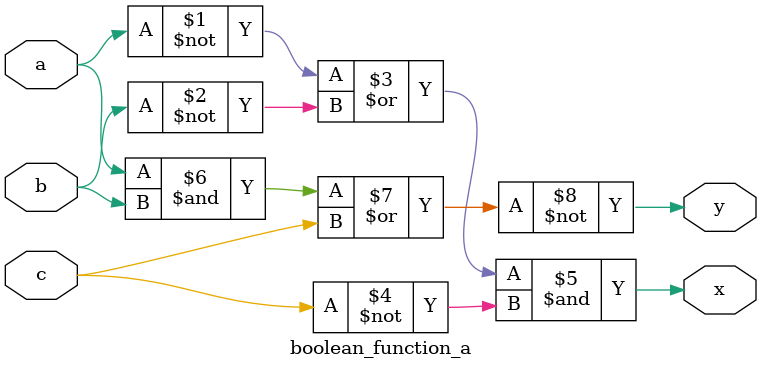
<source format=v>
`timescale 1ns / 1ps

/*
Company: Sogang University
Engineer: G_EEE3
Create Date: 2021/10/07 15:14:36
Module Name: boolean_function_a
*/

module boolean_function_a(
    input a, b, c,
    output x, y
);

assign x = (~a | ~b) & ~c;
assign y = ~((a & b) | c);

endmodule 
</source>
